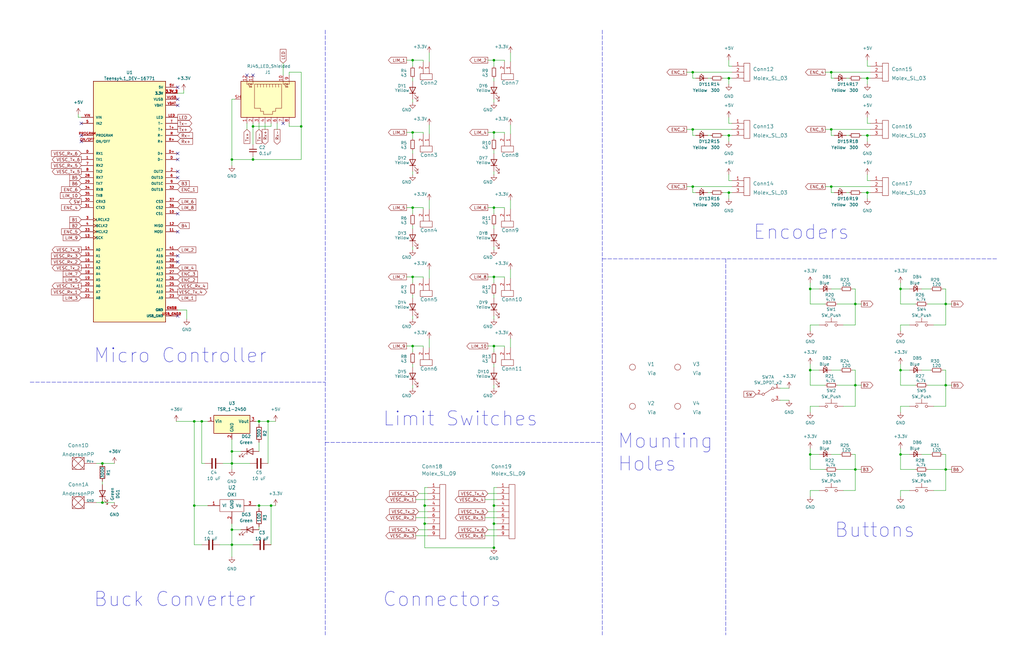
<source format=kicad_sch>
(kicad_sch (version 20211123) (generator eeschema)
  (paper "B")
  (junction (at 109.22 213.36))
  (junction (at 379.73 156.21))
  (junction (at 81.915 177.8))
  (junction (at 43.18 195.58))
  (junction (at 398.78 128.27))
  (junction (at 114.3 213.36))
  (junction (at 208.28 213.36))
  (junction (at 379.73 121.92))
  (junction (at 106.68 67.31))
  (junction (at 173.99 146.05))
  (junction (at 179.07 213.36))
  (junction (at 97.79 67.31))
  (junction (at 307.34 33.02))
  (junction (at 173.99 25.4))
  (junction (at 208.28 146.05))
  (junction (at 350.52 30.48))
  (junction (at 341.63 121.92))
  (junction (at 292.1 54.61))
  (junction (at 113.03 177.8))
  (junction (at 97.79 195.58))
  (junction (at 81.915 213.36))
  (junction (at 365.76 33.02))
  (junction (at 208.28 55.88))
  (junction (at 379.73 191.77))
  (junction (at 360.68 198.12))
  (junction (at 307.34 57.15))
  (junction (at 109.22 177.8))
  (junction (at 365.76 81.28))
  (junction (at 350.52 78.74))
  (junction (at 173.99 87.63))
  (junction (at 208.28 87.63))
  (junction (at 365.76 57.15))
  (junction (at 208.28 231.14))
  (junction (at 127 53.34))
  (junction (at 360.68 162.56))
  (junction (at 307.34 81.28))
  (junction (at 398.78 162.56))
  (junction (at 173.99 55.88))
  (junction (at 341.63 156.21))
  (junction (at 208.28 25.4))
  (junction (at 43.18 212.09))
  (junction (at 292.1 30.48))
  (junction (at 360.68 128.27))
  (junction (at 97.79 223.52))
  (junction (at 398.78 198.12))
  (junction (at 97.79 190.5))
  (junction (at 85.09 177.8))
  (junction (at 106.68 53.34))
  (junction (at 292.1 78.74))
  (junction (at 350.52 54.61))
  (junction (at 341.63 191.77))
  (junction (at 208.28 220.98))
  (junction (at 179.07 220.98))
  (junction (at 97.79 229.87))
  (junction (at 173.99 116.84))
  (junction (at 208.28 116.84))
  (no_connect (at 74.93 110.49))
  (no_connect (at 104.14 31.75))
  (no_connect (at 74.93 67.31))
  (no_connect (at 34.29 59.69))
  (no_connect (at 74.93 107.95))
  (no_connect (at 74.93 133.35))
  (no_connect (at 119.38 52.07))
  (no_connect (at 74.93 97.79))
  (no_connect (at 74.93 90.17))
  (no_connect (at 74.93 41.91))
  (no_connect (at 74.93 64.77))
  (no_connect (at 106.68 31.75))
  (no_connect (at 34.29 52.07))
  (no_connect (at 34.29 57.15))
  (no_connect (at 74.93 44.45))
  (no_connect (at 74.93 72.39))
  (no_connect (at 74.93 74.93))
  (no_connect (at 74.93 36.83))
  (wire (pts (xy 208.28 213.36) (xy 208.28 220.98)))
  (wire (pts (xy 179.07 231.14) (xy 208.28 231.14)))
  (wire (pts (xy 360.68 162.56) (xy 360.68 171.45)))
  (wire (pts (xy 393.7 171.45) (xy 398.78 171.45)))
  (wire (pts (xy 208.28 87.63) (xy 212.725 87.63)))
  (wire (pts (xy 293.37 57.15) (xy 292.1 57.15)))
  (wire (pts (xy 307.34 27.94) (xy 307.34 25.4)))
  (wire (pts (xy 365.76 57.15) (xy 365.76 59.69)))
  (wire (pts (xy 398.78 162.56) (xy 401.32 162.56)))
  (wire (pts (xy 379.73 121.92) (xy 383.54 121.92)))
  (wire (pts (xy 350.52 121.92) (xy 354.33 121.92)))
  (wire (pts (xy 353.06 198.12) (xy 360.68 198.12)))
  (wire (pts (xy 171.45 55.88) (xy 173.99 55.88)))
  (wire (pts (xy 307.34 57.15) (xy 307.34 59.69)))
  (wire (pts (xy 97.79 190.5) (xy 97.79 195.58)))
  (wire (pts (xy 367.03 57.15) (xy 365.76 57.15)))
  (wire (pts (xy 341.63 189.23) (xy 341.63 191.77)))
  (wire (pts (xy 208.28 63.5) (xy 208.28 64.77)))
  (wire (pts (xy 292.1 78.74) (xy 292.1 81.28)))
  (wire (pts (xy 212.725 56.515) (xy 212.725 55.88)))
  (wire (pts (xy 350.52 30.48) (xy 350.52 33.02)))
  (wire (pts (xy 127 53.34) (xy 127 67.31)))
  (wire (pts (xy 114.3 53.34) (xy 114.3 52.07)))
  (wire (pts (xy 97.79 185.42) (xy 97.79 190.5)))
  (wire (pts (xy 173.99 87.63) (xy 178.435 87.63)))
  (wire (pts (xy 360.68 191.77) (xy 359.41 191.77)))
  (wire (pts (xy 293.37 33.02) (xy 292.1 33.02)))
  (wire (pts (xy 292.1 30.48) (xy 308.61 30.48)))
  (polyline (pts (xy 137.16 12.7) (xy 137.16 267.97)))
  (wire (pts (xy 111.76 52.07) (xy 111.76 54.61)))
  (wire (pts (xy 173.99 124.46) (xy 173.99 125.73)))
  (wire (pts (xy 341.63 137.16) (xy 345.44 137.16)))
  (polyline (pts (xy 12.7 161.29) (xy 137.16 161.29)))
  (wire (pts (xy 78.74 130.81) (xy 74.93 130.81)))
  (wire (pts (xy 204.47 226.06) (xy 209.55 226.06)))
  (wire (pts (xy 205.74 146.05) (xy 208.28 146.05)))
  (wire (pts (xy 106.68 53.34) (xy 114.3 53.34)))
  (wire (pts (xy 391.16 198.12) (xy 398.78 198.12)))
  (wire (pts (xy 360.68 156.21) (xy 359.41 156.21)))
  (wire (pts (xy 388.62 121.92) (xy 392.43 121.92)))
  (wire (pts (xy 347.98 162.56) (xy 341.63 162.56)))
  (wire (pts (xy 208.28 213.36) (xy 209.55 213.36)))
  (wire (pts (xy 33.02 48.26) (xy 33.02 49.53)))
  (wire (pts (xy 173.99 55.88) (xy 173.99 58.42)))
  (wire (pts (xy 212.725 117.475) (xy 212.725 116.84)))
  (wire (pts (xy 48.26 195.58) (xy 43.18 195.58)))
  (wire (pts (xy 363.22 81.28) (xy 365.76 81.28)))
  (wire (pts (xy 398.78 128.27) (xy 401.32 128.27)))
  (wire (pts (xy 293.37 81.28) (xy 292.1 81.28)))
  (wire (pts (xy 307.34 52.07) (xy 307.34 49.53)))
  (wire (pts (xy 209.55 223.52) (xy 205.74 223.52)))
  (wire (pts (xy 341.63 171.45) (xy 341.63 173.99)))
  (wire (pts (xy 360.68 156.21) (xy 360.68 162.56)))
  (wire (pts (xy 180.975 84.455) (xy 180.975 88.265)))
  (wire (pts (xy 109.22 179.07) (xy 109.22 177.8)))
  (wire (pts (xy 179.07 220.98) (xy 179.07 231.14)))
  (wire (pts (xy 356.87 81.28) (xy 358.14 81.28)))
  (wire (pts (xy 379.73 156.21) (xy 379.73 162.56)))
  (wire (pts (xy 173.99 153.67) (xy 173.99 154.94)))
  (wire (pts (xy 351.79 33.02) (xy 350.52 33.02)))
  (wire (pts (xy 180.975 142.875) (xy 180.975 146.685)))
  (wire (pts (xy 208.28 205.74) (xy 209.55 205.74)))
  (wire (pts (xy 208.28 33.02) (xy 208.28 34.29)))
  (wire (pts (xy 212.725 26.035) (xy 212.725 25.4)))
  (wire (pts (xy 356.87 33.02) (xy 358.14 33.02)))
  (wire (pts (xy 208.28 162.56) (xy 208.28 163.83)))
  (polyline (pts (xy 254 12.7) (xy 254 267.97)))
  (wire (pts (xy 116.84 54.61) (xy 116.84 52.07)))
  (wire (pts (xy 97.79 195.58) (xy 105.41 195.58)))
  (wire (pts (xy 379.73 137.16) (xy 379.73 139.7)))
  (wire (pts (xy 393.7 137.16) (xy 398.78 137.16)))
  (wire (pts (xy 355.6 137.16) (xy 360.68 137.16)))
  (wire (pts (xy 106.68 52.07) (xy 106.68 53.34)))
  (wire (pts (xy 97.79 229.87) (xy 97.79 234.95)))
  (wire (pts (xy 391.16 128.27) (xy 398.78 128.27)))
  (wire (pts (xy 85.09 177.8) (xy 87.63 177.8)))
  (wire (pts (xy 379.73 137.16) (xy 383.54 137.16)))
  (wire (pts (xy 208.28 146.05) (xy 208.28 148.59)))
  (wire (pts (xy 292.1 54.61) (xy 292.1 57.15)))
  (wire (pts (xy 208.28 25.4) (xy 208.28 27.94)))
  (wire (pts (xy 205.74 215.9) (xy 209.55 215.9)))
  (wire (pts (xy 308.61 27.94) (xy 307.34 27.94)))
  (wire (pts (xy 178.435 88.265) (xy 178.435 87.63)))
  (wire (pts (xy 360.68 128.27) (xy 363.22 128.27)))
  (wire (pts (xy 215.265 142.875) (xy 215.265 146.685)))
  (wire (pts (xy 360.68 198.12) (xy 360.68 207.01)))
  (wire (pts (xy 360.68 162.56) (xy 363.22 162.56)))
  (wire (pts (xy 341.63 119.38) (xy 341.63 121.92)))
  (wire (pts (xy 121.92 53.34) (xy 127 53.34)))
  (wire (pts (xy 208.28 124.46) (xy 208.28 125.73)))
  (wire (pts (xy 173.99 133.35) (xy 173.99 134.62)))
  (wire (pts (xy 208.28 72.39) (xy 208.28 73.66)))
  (wire (pts (xy 341.63 207.01) (xy 345.44 207.01)))
  (wire (pts (xy 173.99 72.39) (xy 173.99 73.66)))
  (wire (pts (xy 341.63 156.21) (xy 345.44 156.21)))
  (wire (pts (xy 81.915 229.87) (xy 85.09 229.87)))
  (wire (pts (xy 347.98 30.48) (xy 350.52 30.48)))
  (wire (pts (xy 386.08 128.27) (xy 379.73 128.27)))
  (wire (pts (xy 215.265 52.705) (xy 215.265 56.515)))
  (wire (pts (xy 43.18 203.2) (xy 43.18 204.47)))
  (wire (pts (xy 171.45 116.84) (xy 173.99 116.84)))
  (wire (pts (xy 173.99 87.63) (xy 173.99 90.17)))
  (wire (pts (xy 365.76 52.07) (xy 365.76 49.53)))
  (wire (pts (xy 212.725 88.265) (xy 212.725 87.63)))
  (wire (pts (xy 97.79 229.87) (xy 106.68 229.87)))
  (wire (pts (xy 173.99 104.14) (xy 173.99 105.41)))
  (wire (pts (xy 341.63 207.01) (xy 341.63 209.55)))
  (wire (pts (xy 379.73 191.77) (xy 383.54 191.77)))
  (wire (pts (xy 81.915 213.36) (xy 81.915 177.8)))
  (wire (pts (xy 398.78 121.92) (xy 398.78 128.27)))
  (wire (pts (xy 304.8 33.02) (xy 307.34 33.02)))
  (wire (pts (xy 351.79 81.28) (xy 350.52 81.28)))
  (wire (pts (xy 292.1 30.48) (xy 292.1 33.02)))
  (wire (pts (xy 379.73 119.38) (xy 379.73 121.92)))
  (wire (pts (xy 85.09 195.58) (xy 86.36 195.58)))
  (wire (pts (xy 398.78 128.27) (xy 398.78 137.16)))
  (wire (pts (xy 204.47 210.82) (xy 209.55 210.82)))
  (wire (pts (xy 341.63 191.77) (xy 345.44 191.77)))
  (wire (pts (xy 212.725 146.685) (xy 212.725 146.05)))
  (wire (pts (xy 360.68 121.92) (xy 359.41 121.92)))
  (wire (pts (xy 351.79 57.15) (xy 350.52 57.15)))
  (wire (pts (xy 77.47 38.1) (xy 77.47 39.37)))
  (wire (pts (xy 215.265 84.455) (xy 215.265 88.265)))
  (wire (pts (xy 379.73 189.23) (xy 379.73 191.77)))
  (wire (pts (xy 307.34 81.28) (xy 307.34 83.82)))
  (wire (pts (xy 341.63 153.67) (xy 341.63 156.21)))
  (wire (pts (xy 208.28 146.05) (xy 212.725 146.05)))
  (wire (pts (xy 178.435 26.035) (xy 178.435 25.4)))
  (wire (pts (xy 81.915 213.36) (xy 81.915 229.87)))
  (wire (pts (xy 367.03 27.94) (xy 365.76 27.94)))
  (wire (pts (xy 208.28 220.98) (xy 208.28 231.14)))
  (wire (pts (xy 205.74 208.28) (xy 209.55 208.28)))
  (wire (pts (xy 341.63 171.45) (xy 345.44 171.45)))
  (wire (pts (xy 379.73 121.92) (xy 379.73 128.27)))
  (wire (pts (xy 48.26 212.09) (xy 43.18 212.09)))
  (wire (pts (xy 308.61 33.02) (xy 307.34 33.02)))
  (wire (pts (xy 176.53 223.52) (xy 180.34 223.52)))
  (wire (pts (xy 298.45 81.28) (xy 299.72 81.28)))
  (wire (pts (xy 356.87 57.15) (xy 358.14 57.15)))
  (wire (pts (xy 180.975 113.665) (xy 180.975 117.475)))
  (wire (pts (xy 208.28 41.91) (xy 208.28 43.18)))
  (wire (pts (xy 353.06 162.56) (xy 360.68 162.56)))
  (wire (pts (xy 365.76 33.02) (xy 365.76 35.56)))
  (wire (pts (xy 398.78 198.12) (xy 398.78 207.01)))
  (wire (pts (xy 97.79 67.31) (xy 97.79 69.85)))
  (wire (pts (xy 176.53 208.28) (xy 180.34 208.28)))
  (polyline (pts (xy 254 109.22) (xy 420.37 109.22)))
  (wire (pts (xy 85.09 177.8) (xy 85.09 195.58)))
  (wire (pts (xy 208.28 116.84) (xy 212.725 116.84)))
  (wire (pts (xy 347.98 78.74) (xy 350.52 78.74)))
  (wire (pts (xy 97.79 223.52) (xy 101.6 223.52)))
  (wire (pts (xy 173.99 95.25) (xy 173.99 96.52)))
  (wire (pts (xy 341.63 191.77) (xy 341.63 198.12)))
  (wire (pts (xy 104.14 52.07) (xy 104.14 54.61)))
  (wire (pts (xy 114.3 213.36) (xy 114.3 229.87)))
  (wire (pts (xy 81.915 213.36) (xy 87.63 213.36)))
  (wire (pts (xy 127 67.31) (xy 106.68 67.31)))
  (wire (pts (xy 97.79 195.58) (xy 97.79 198.12)))
  (wire (pts (xy 121.92 53.34) (xy 121.92 52.07)))
  (wire (pts (xy 178.435 56.515) (xy 178.435 55.88)))
  (wire (pts (xy 365.76 81.28) (xy 365.76 83.82)))
  (wire (pts (xy 107.95 213.36) (xy 109.22 213.36)))
  (wire (pts (xy 173.99 162.56) (xy 173.99 163.83)))
  (wire (pts (xy 355.6 207.01) (xy 360.68 207.01)))
  (wire (pts (xy 109.22 214.63) (xy 109.22 213.36)))
  (wire (pts (xy 398.78 121.92) (xy 397.51 121.92)))
  (wire (pts (xy 175.26 210.82) (xy 180.34 210.82)))
  (wire (pts (xy 347.98 54.61) (xy 350.52 54.61)))
  (wire (pts (xy 398.78 162.56) (xy 398.78 171.45)))
  (wire (pts (xy 304.8 57.15) (xy 307.34 57.15)))
  (polyline (pts (xy 306.07 109.22) (xy 306.07 267.97)))
  (wire (pts (xy 292.1 78.74) (xy 308.61 78.74)))
  (wire (pts (xy 178.435 146.685) (xy 178.435 146.05)))
  (wire (pts (xy 109.22 54.61) (xy 109.22 52.07)))
  (wire (pts (xy 215.265 22.225) (xy 215.265 26.035)))
  (wire (pts (xy 97.79 41.91) (xy 97.79 67.31)))
  (wire (pts (xy 173.99 116.84) (xy 178.435 116.84)))
  (wire (pts (xy 179.07 205.74) (xy 179.07 213.36)))
  (wire (pts (xy 391.16 162.56) (xy 398.78 162.56)))
  (wire (pts (xy 388.62 156.21) (xy 392.43 156.21)))
  (wire (pts (xy 92.71 229.87) (xy 97.79 229.87)))
  (wire (pts (xy 171.45 87.63) (xy 173.99 87.63)))
  (wire (pts (xy 208.28 133.35) (xy 208.28 134.62)))
  (wire (pts (xy 175.26 218.44) (xy 180.34 218.44)))
  (wire (pts (xy 208.28 116.84) (xy 208.28 119.38)))
  (wire (pts (xy 289.56 78.74) (xy 292.1 78.74)))
  (wire (pts (xy 379.73 191.77) (xy 379.73 198.12)))
  (wire (pts (xy 367.03 76.2) (xy 365.76 76.2)))
  (wire (pts (xy 106.68 66.04) (xy 106.68 67.31)))
  (wire (pts (xy 208.28 205.74) (xy 208.28 213.36)))
  (wire (pts (xy 367.03 33.02) (xy 365.76 33.02)))
  (wire (pts (xy 350.52 78.74) (xy 367.03 78.74)))
  (wire (pts (xy 341.63 121.92) (xy 345.44 121.92)))
  (wire (pts (xy 308.61 57.15) (xy 307.34 57.15)))
  (wire (pts (xy 208.28 153.67) (xy 208.28 154.94)))
  (wire (pts (xy 97.79 220.98) (xy 97.79 223.52)))
  (wire (pts (xy 119.38 26.67) (xy 119.38 31.75)))
  (wire (pts (xy 298.45 57.15) (xy 299.72 57.15)))
  (wire (pts (xy 205.74 25.4) (xy 208.28 25.4)))
  (wire (pts (xy 365.76 76.2) (xy 365.76 73.66)))
  (wire (pts (xy 332.74 163.83) (xy 328.93 163.83)))
  (wire (pts (xy 97.79 223.52) (xy 97.79 229.87)))
  (wire (pts (xy 341.63 121.92) (xy 341.63 128.27)))
  (wire (pts (xy 379.73 171.45) (xy 383.54 171.45)))
  (wire (pts (xy 173.99 55.88) (xy 178.435 55.88)))
  (wire (pts (xy 398.78 198.12) (xy 401.32 198.12)))
  (wire (pts (xy 350.52 30.48) (xy 367.03 30.48)))
  (wire (pts (xy 208.28 55.88) (xy 212.725 55.88)))
  (wire (pts (xy 365.76 27.94) (xy 365.76 25.4)))
  (wire (pts (xy 113.03 177.8) (xy 116.205 177.8)))
  (wire (pts (xy 180.975 52.705) (xy 180.975 56.515)))
  (wire (pts (xy 97.79 67.31) (xy 106.68 67.31)))
  (wire (pts (xy 398.78 191.77) (xy 397.51 191.77)))
  (wire (pts (xy 363.22 33.02) (xy 365.76 33.02)))
  (wire (pts (xy 208.28 95.25) (xy 208.28 96.52)))
  (wire (pts (xy 109.22 222.25) (xy 109.22 223.52)))
  (wire (pts (xy 173.99 146.05) (xy 178.435 146.05)))
  (wire (pts (xy 176.53 215.9) (xy 180.34 215.9)))
  (wire (pts (xy 173.99 25.4) (xy 178.435 25.4)))
  (wire (pts (xy 379.73 156.21) (xy 383.54 156.21)))
  (wire (pts (xy 341.63 137.16) (xy 341.63 139.7)))
  (wire (pts (xy 97.79 190.5) (xy 101.6 190.5)))
  (wire (pts (xy 175.26 226.06) (xy 180.34 226.06)))
  (wire (pts (xy 308.61 76.2) (xy 307.34 76.2)))
  (wire (pts (xy 173.99 25.4) (xy 173.99 27.94)))
  (wire (pts (xy 121.92 31.75) (xy 121.92 30.48)))
  (wire (pts (xy 307.34 76.2) (xy 307.34 73.66)))
  (wire (pts (xy 109.22 186.69) (xy 109.22 190.5)))
  (wire (pts (xy 173.99 41.91) (xy 173.99 43.18)))
  (wire (pts (xy 171.45 146.05) (xy 173.99 146.05)))
  (wire (pts (xy 386.08 162.56) (xy 379.73 162.56)))
  (wire (pts (xy 179.07 220.98) (xy 180.34 220.98)))
  (wire (pts (xy 388.62 191.77) (xy 392.43 191.77)))
  (wire (pts (xy 121.92 30.48) (xy 127 30.48)))
  (wire (pts (xy 205.74 55.88) (xy 208.28 55.88)))
  (wire (pts (xy 180.975 22.225) (xy 180.975 26.035)))
  (wire (pts (xy 355.6 171.45) (xy 360.68 171.45)))
  (wire (pts (xy 363.22 57.15) (xy 365.76 57.15)))
  (wire (pts (xy 208.28 220.98) (xy 209.55 220.98)))
  (wire (pts (xy 204.47 218.44) (xy 209.55 218.44)))
  (wire (pts (xy 93.98 195.58) (xy 97.79 195.58)))
  (wire (pts (xy 379.73 153.67) (xy 379.73 156.21)))
  (wire (pts (xy 308.61 81.28) (xy 307.34 81.28)))
  (wire (pts (xy 43.18 212.09) (xy 40.64 212.09)))
  (wire (pts (xy 360.68 128.27) (xy 360.68 137.16)))
  (wire (pts (xy 304.8 81.28) (xy 307.34 81.28)))
  (wire (pts (xy 171.45 25.4) (xy 173.99 25.4)))
  (wire (pts (xy 173.99 116.84) (xy 173.99 119.38)))
  (wire (pts (xy 379.73 207.01) (xy 379.73 209.55)))
  (wire (pts (xy 106.68 53.34) (xy 106.68 60.96)))
  (wire (pts (xy 205.74 116.84) (xy 208.28 116.84)))
  (polyline (pts (xy 137.16 186.69) (xy 254 186.69)))
  (wire (pts (xy 208.28 55.88) (xy 208.28 58.42)))
  (wire (pts (xy 360.68 121.92) (xy 360.68 128.27)))
  (wire (pts (xy 99.06 41.91) (xy 97.79 41.91)))
  (wire (pts (xy 180.34 205.74) (xy 179.07 205.74)))
  (wire (pts (xy 379.73 171.45) (xy 379.73 173.99)))
  (wire (pts (xy 360.68 198.12) (xy 363.22 198.12)))
  (wire (pts (xy 367.03 81.28) (xy 365.76 81.28)))
  (wire (pts (xy 74.295 177.8) (xy 81.915 177.8)))
  (wire (pts (xy 74.93 39.37) (xy 77.47 39.37)))
  (wire (pts (xy 289.56 30.48) (xy 292.1 30.48)))
  (wire (pts (xy 113.03 177.8) (xy 113.03 195.58)))
  (wire (pts (xy 398.78 191.77) (xy 398.78 198.12)))
  (wire (pts (xy 33.02 49.53) (xy 34.29 49.53)))
  (wire (pts (xy 109.22 177.8) (xy 113.03 177.8)))
  (wire (pts (xy 347.98 198.12) (xy 341.63 198.12)))
  (wire (pts (xy 328.93 168.91) (xy 332.74 168.91)))
  (wire (pts (xy 367.03 52.07) (xy 365.76 52.07)))
  (wire (pts (xy 208.28 25.4) (xy 212.725 25.4)))
  (wire (pts (xy 109.22 213.36) (xy 114.3 213.36)))
  (wire (pts (xy 107.95 177.8) (xy 109.22 177.8)))
  (wire (pts (xy 43.18 195.58) (xy 40.64 195.58)))
  (wire (pts (xy 178.435 117.475) (xy 178.435 116.84)))
  (wire (pts (xy 208.28 87.63) (xy 208.28 90.17)))
  (wire (pts (xy 341.63 156.21) (xy 341.63 162.56)))
  (wire (pts (xy 292.1 54.61) (xy 308.61 54.61)))
  (wire (pts (xy 215.265 113.665) (xy 215.265 117.475)))
  (wire (pts (xy 205.74 87.63) (xy 208.28 87.63)))
  (wire (pts (xy 347.98 128.27) (xy 341.63 128.27)))
  (wire (pts (xy 353.06 128.27) (xy 360.68 128.27)))
  (wire (pts (xy 289.56 54.61) (xy 292.1 54.61)))
  (wire (pts (xy 350.52 54.61) (xy 367.03 54.61)))
  (wire (pts (xy 350.52 78.74) (xy 350.52 81.28)))
  (wire (pts (xy 308.61 52.07) (xy 307.34 52.07)))
  (wire (pts (xy 360.68 191.77) (xy 360.68 198.12)))
  (wire (pts (xy 350.52 156.21) (xy 354.33 156.21)))
  (wire (pts (xy 173.99 63.5) (xy 173.99 64.77)))
  (wire (pts (xy 298.45 33.02) (xy 299.72 33.02)))
  (wire (pts (xy 173.99 33.02) (xy 173.99 34.29)))
  (wire (pts (xy 398.78 156.21) (xy 398.78 162.56)))
  (wire (pts (xy 127 30.48) (xy 127 53.34)))
  (wire (pts (xy 208.28 104.14) (xy 208.28 105.41)))
  (wire (pts (xy 393.7 207.01) (xy 398.78 207.01)))
  (wire (pts (xy 398.78 156.21) (xy 397.51 156.21)))
  (wire (pts (xy 350.52 191.77) (xy 354.33 191.77)))
  (wire (pts (xy 173.99 146.05) (xy 173.99 148.59)))
  (wire (pts (xy 114.3 213.36) (xy 116.205 213.36)))
  (wire (pts (xy 350.52 54.61) (xy 350.52 57.15)))
  (wire (pts (xy 179.07 213.36) (xy 179.07 220.98)))
  (wire (pts (xy 386.08 198.12) (xy 379.73 198.12)))
  (wire (pts (xy 307.34 33.02) (xy 307.34 35.56)))
  (wire (pts (xy 179.07 213.36) (xy 180.34 213.36)))
  (wire (pts (xy 81.915 177.8) (xy 85.09 177.8)))
  (wire (pts (xy 78.74 130.81) (xy 78.74 134.62)))
  (wire (pts (xy 379.73 207.01) (xy 383.54 207.01)))
  (text "Mounting \nHoles\n" (at 260.35 199.39 0) (effects (font (size 6 6)) (justify left bottom)))
  (text "Connectors\n" (at 161.29 256.54 0) (effects (font (size 6 6)) (justify left bottom)))
  (text "Encoders" (at 317.5 101.6 0) (effects (font (size 6 6)) (justify left bottom)))
  (text "Micro Controller" (at 39.37 153.67 0) (effects (font (size 6 6)) (justify left bottom)))
  (text "Limit Switches\n" (at 161.29 180.34 0) (effects (font (size 6 6)) (justify left bottom)))
  (text "Buttons\n" (at 351.79 227.33 0) (effects (font (size 6 6)) (justify left bottom)))
  (text "Buck Converter" (at 39.37 256.54 0) (effects (font (size 6 6)) (justify left bottom)))
  (global_label "ENC_3" (shape output) (at 289.56 78.74 180) (property "Intersheet References" "${INTERSHEET_REFS}" (effects hide)))
  (global_label "VESC_Rx_2" (shape input) (at 34.29 110.49 180) (property "Intersheet References" "${INTERSHEET_REFS}" (effects hide)))
  (global_label "LED" (shape output) (at 74.93 49.53 0) (property "Intersheet References" "${INTERSHEET_REFS}" (effects hide)))
  (global_label "VESC_Rx_6" (shape input) (at 34.29 64.77 180) (property "Intersheet References" "${INTERSHEET_REFS}" (effects hide)))
  (global_label "LIM_4" (shape input) (at 74.93 113.03 0) (property "Intersheet References" "${INTERSHEET_REFS}" (effects hide)))
  (global_label "B4" (shape input) (at 74.93 95.25 0) (property "Intersheet References" "${INTERSHEET_REFS}" (effects hide)))
  (global_label "LIM_8" (shape output) (at 205.74 116.84 180) (property "Intersheet References" "${INTERSHEET_REFS}" (effects hide)))
  (global_label "Tx+" (shape output) (at 74.93 54.61 0) (property "Intersheet References" "${INTERSHEET_REFS}" (effects hide)))
  (global_label "VESC_Tx_2" (shape input) (at 176.53 215.9 180) (property "Intersheet References" "${INTERSHEET_REFS}" (effects hide)))
  (global_label "VESC_Tx_6" (shape output) (at 34.29 67.31 180) (property "Intersheet References" "${INTERSHEET_REFS}" (effects hide)))
  (global_label "VESC_Rx_1" (shape output) (at 175.26 210.82 180) (property "Intersheet References" "${INTERSHEET_REFS}" (effects hide)))
  (global_label "ENC_4" (shape output) (at 347.98 30.48 180) (property "Intersheet References" "${INTERSHEET_REFS}" (effects hide)))
  (global_label "LIM_7" (shape output) (at 171.45 116.84 180) (property "Intersheet References" "${INTERSHEET_REFS}" (effects hide)))
  (global_label "LIM_10" (shape input) (at 34.29 82.55 180) (property "Intersheet References" "${INTERSHEET_REFS}" (effects hide)))
  (global_label "ENC_1" (shape input) (at 74.93 80.01 0) (property "Intersheet References" "${INTERSHEET_REFS}" (effects hide)))
  (global_label "Rx+" (shape output) (at 111.76 54.61 270) (property "Intersheet References" "${INTERSHEET_REFS}" (effects hide)))
  (global_label "ENC_3" (shape input) (at 74.93 115.57 0) (property "Intersheet References" "${INTERSHEET_REFS}" (effects hide)))
  (global_label "LIM_6" (shape output) (at 205.74 87.63 180) (property "Intersheet References" "${INTERSHEET_REFS}" (effects hide)))
  (global_label "B3" (shape input) (at 74.93 77.47 0) (property "Intersheet References" "${INTERSHEET_REFS}" (effects hide)))
  (global_label "Tx-" (shape output) (at 74.93 52.07 0) (property "Intersheet References" "${INTERSHEET_REFS}" (effects hide)))
  (global_label "ENC_1" (shape output) (at 289.56 30.48 180) (property "Intersheet References" "${INTERSHEET_REFS}" (effects hide)))
  (global_label "VESC_Rx_6" (shape output) (at 204.47 226.06 180) (property "Intersheet References" "${INTERSHEET_REFS}" (effects hide)))
  (global_label "Rx+" (shape input) (at 74.93 59.69 0) (property "Intersheet References" "${INTERSHEET_REFS}" (effects hide)))
  (global_label "B5" (shape input) (at 34.29 74.93 180) (property "Intersheet References" "${INTERSHEET_REFS}" (effects hide)))
  (global_label "B2" (shape output) (at 363.22 162.56 0) (property "Intersheet References" "${INTERSHEET_REFS}" (effects hide)))
  (global_label "VESC_Tx_1" (shape input) (at 176.53 208.28 180) (property "Intersheet References" "${INTERSHEET_REFS}" (effects hide)))
  (global_label "B5" (shape output) (at 401.32 162.56 0) (property "Intersheet References" "${INTERSHEET_REFS}" (effects hide)))
  (global_label "VESC_Rx_3" (shape input) (at 34.29 107.95 180) (property "Intersheet References" "${INTERSHEET_REFS}" (effects hide)))
  (global_label "ENC_2" (shape output) (at 289.56 54.61 180) (property "Intersheet References" "${INTERSHEET_REFS}" (effects hide)))
  (global_label "VESC_Rx_3" (shape output) (at 175.26 226.06 180) (property "Intersheet References" "${INTERSHEET_REFS}" (effects hide)))
  (global_label "LIM_3" (shape output) (at 171.45 55.88 180) (property "Intersheet References" "${INTERSHEET_REFS}" (effects hide)))
  (global_label "B1" (shape output) (at 363.22 128.27 0) (property "Intersheet References" "${INTERSHEET_REFS}" (effects hide)))
  (global_label "B6" (shape output) (at 401.32 198.12 0) (property "Intersheet References" "${INTERSHEET_REFS}" (effects hide)))
  (global_label "VESC_Tx_1" (shape output) (at 34.29 120.65 180) (property "Intersheet References" "${INTERSHEET_REFS}" (effects hide)))
  (global_label "LIM_7" (shape input) (at 34.29 115.57 180) (property "Intersheet References" "${INTERSHEET_REFS}" (effects hide)))
  (global_label "ENC_6" (shape output) (at 347.98 78.74 180) (property "Intersheet References" "${INTERSHEET_REFS}" (effects hide)))
  (global_label "VESC_Tx_6" (shape input) (at 205.74 223.52 180) (property "Intersheet References" "${INTERSHEET_REFS}" (effects hide)))
  (global_label "ENC_5" (shape output) (at 347.98 54.61 180) (property "Intersheet References" "${INTERSHEET_REFS}" (effects hide)))
  (global_label "ENC_2" (shape input) (at 74.93 118.11 0) (property "Intersheet References" "${INTERSHEET_REFS}" (effects hide)))
  (global_label "LIM_5" (shape output) (at 171.45 87.63 180) (property "Intersheet References" "${INTERSHEET_REFS}" (effects hide)))
  (global_label "B4" (shape output) (at 401.32 128.27 0) (property "Intersheet References" "${INTERSHEET_REFS}" (effects hide)))
  (global_label "VESC_Rx_4" (shape output) (at 204.47 210.82 180) (property "Intersheet References" "${INTERSHEET_REFS}" (effects hide)))
  (global_label "LIM_2" (shape output) (at 205.74 25.4 180) (property "Intersheet References" "${INTERSHEET_REFS}" (effects hide)))
  (global_label "LIM_8" (shape input) (at 74.93 87.63 0) (property "Intersheet References" "${INTERSHEET_REFS}" (effects hide)))
  (global_label "Tx-" (shape input) (at 109.22 54.61 270) (property "Intersheet References" "${INTERSHEET_REFS}" (effects hide)))
  (global_label "LIM_9" (shape output) (at 171.45 146.05 180) (property "Intersheet References" "${INTERSHEET_REFS}" (effects hide)))
  (global_label "LIM_9" (shape input) (at 34.29 100.33 180) (property "Intersheet References" "${INTERSHEET_REFS}" (effects hide)))
  (global_label "LIM_3" (shape input) (at 34.29 125.73 180) (property "Intersheet References" "${INTERSHEET_REFS}" (effects hide)))
  (global_label "ENC_5" (shape input) (at 34.29 97.79 180) (property "Intersheet References" "${INTERSHEET_REFS}" (effects hide)))
  (global_label "LIM_2" (shape input) (at 74.93 105.41 0) (property "Intersheet References" "${INTERSHEET_REFS}" (effects hide)))
  (global_label "LED" (shape input) (at 119.38 26.67 90) (property "Intersheet References" "${INTERSHEET_REFS}" (effects hide)))
  (global_label "VESC_Tx_5" (shape input) (at 205.74 215.9 180) (property "Intersheet References" "${INTERSHEET_REFS}" (effects hide)))
  (global_label "VESC_Tx_4" (shape output) (at 74.93 123.19 0) (property "Intersheet References" "${INTERSHEET_REFS}" (effects hide)))
  (global_label "VESC_Tx_3" (shape input) (at 176.53 223.52 180) (property "Intersheet References" "${INTERSHEET_REFS}" (effects hide)))
  (global_label "Tx+" (shape input) (at 104.14 54.61 270) (property "Intersheet References" "${INTERSHEET_REFS}" (effects hide)))
  (global_label "LIM_10" (shape output) (at 205.74 146.05 180) (property "Intersheet References" "${INTERSHEET_REFS}" (effects hide)))
  (global_label "B3" (shape output) (at 363.22 198.12 0) (property "Intersheet References" "${INTERSHEET_REFS}" (effects hide)))
  (global_label "VESC_Tx_5" (shape output) (at 34.29 72.39 180) (property "Intersheet References" "${INTERSHEET_REFS}" (effects hide)))
  (global_label "VESC_Rx_5" (shape input) (at 34.29 69.85 180) (property "Intersheet References" "${INTERSHEET_REFS}" (effects hide)))
  (global_label "VESC_Tx_3" (shape output) (at 34.29 105.41 180) (property "Intersheet References" "${INTERSHEET_REFS}" (effects hide)))
  (global_label "ENC_4" (shape input) (at 34.29 87.63 180) (property "Intersheet References" "${INTERSHEET_REFS}" (effects hide)))
  (global_label "LIM_6" (shape input) (at 74.93 85.09 0) (property "Intersheet References" "${INTERSHEET_REFS}" (effects hide)))
  (global_label "VESC_Rx_2" (shape output) (at 175.26 218.44 180) (property "Intersheet References" "${INTERSHEET_REFS}" (effects hide)))
  (global_label "B2" (shape input) (at 34.29 95.25 180) (property "Intersheet References" "${INTERSHEET_REFS}" (effects hide)))
  (global_label "B6" (shape input) (at 34.29 77.47 180) (property "Intersheet References" "${INTERSHEET_REFS}" (effects hide)))
  (global_label "B1" (shape input) (at 34.29 92.71 180) (property "Intersheet References" "${INTERSHEET_REFS}" (effects hide)))
  (global_label "LIM_1" (shape input) (at 74.93 125.73 0) (property "Intersheet References" "${INTERSHEET_REFS}" (effects hide)))
  (global_label "VESC_Tx_2" (shape output) (at 34.29 113.03 180) (property "Intersheet References" "${INTERSHEET_REFS}" (effects hide)))
  (global_label "Rx-" (shape output) (at 116.84 54.61 270) (property "Intersheet References" "${INTERSHEET_REFS}" (effects hide)))
  (global_label "LIM_5" (shape input) (at 34.29 118.11 180) (property "Intersheet References" "${INTERSHEET_REFS}" (effects hide)))
  (global_label "ENC_6" (shape input) (at 34.29 80.01 180) (property "Intersheet References" "${INTERSHEET_REFS}" (effects hide)))
  (global_label "Rx-" (shape input) (at 74.93 57.15 0) (property "Intersheet References" "${INTERSHEET_REFS}" (effects hide)))
  (global_label "LIM_1" (shape output) (at 171.45 25.4 180) (property "Intersheet References" "${INTERSHEET_REFS}" (effects hide)))
  (global_label "VESC_Rx_1" (shape input) (at 34.29 123.19 180) (property "Intersheet References" "${INTERSHEET_REFS}" (effects hide)))
  (global_label "LIM_4" (shape output) (at 205.74 55.88 180) (property "Intersheet References" "${INTERSHEET_REFS}" (effects hide)))
  (global_label "VESC_Tx_4" (shape input) (at 205.74 208.28 180) (property "Intersheet References" "${INTERSHEET_REFS}" (effects hide)))
  (global_label "SW" (shape input) (at 318.77 166.37 180) (property "Intersheet References" "${INTERSHEET_REFS}" (effects hide)))
  (global_label "VESC_Rx_4" (shape input) (at 74.93 120.65 0) (property "Intersheet References" "${INTERSHEET_REFS}" (effects hide)))
  (global_label "VESC_Rx_5" (shape output) (at 204.47 218.44 180) (property "Intersheet References" "${INTERSHEET_REFS}" (effects hide)))
  (global_label "SW" (shape output) (at 34.29 85.09 180) (property "Intersheet References" "${INTERSHEET_REFS}" (effects hide)))
  (symbol (lib_id "MRDT_Connectors:Molex_SL_02") (at 177.165 122.555 270) (unit 1)
    (property "Reference" "Conn5" (at 177.165 126.365 90) (effects (font (size 1.524 1.524)) (justify left)))
    (property "Value" "Molex_SL_02" (effects hide))
    (property "Footprint" "MRDT_Connectors:MOLEX_SL_02_Horizontal" (effects hide))
  )
  (symbol (lib_id "power:+5V") (at 365.76 25.4 0) (unit 1)
    (property "Reference" "#PWR038" (effects hide))
    (property "Value" "+5V" (at 365.76 20.32 0))
  )
  (symbol (lib_id "MRDT_Connectors:Molex_SL_02") (at 177.165 31.115 270) (unit 1)
    (property "Reference" "Conn2" (at 177.165 34.925 90) (effects (font (size 1.524 1.524)) (justify left)))
    (property "Value" "Molex_SL_02" (effects hide))
    (property "Footprint" "MRDT_Connectors:MOLEX_SL_02_Horizontal" (effects hide))
  )
  (symbol (lib_id "Device:R_Small") (at 394.97 191.77 90) (unit 1)
    (property "Reference" "R31" (at 396.24 187.96 90) (effects (justify left)))
    (property "Value" "120" (at 396.875 189.8649 90) (effects (justify left)))
    (property "Footprint" "Resistor_SMD:R_0603_1608Metric_Pad0.98x0.95mm_HandSolder" (effects hide))
  )
  (symbol (lib_id "power:GND") (at 173.99 134.62 0) (unit 1)
    (property "Reference" "#PWR015" (effects hide))
    (property "Value" "GND" (at 171.45 137.795 0))
  )
  (symbol (lib_id "Connector:RJ45_LED_Shielded") (at 111.76 41.91 270) (unit 1)
    (property "Reference" "J1" (at 111.76 30.48 90) (effects (justify left)))
    (property "Value" "RJ45_LED_Shielded" (at 104.14 27.94 90) (effects (justify left)))
    (property "Footprint" "MRDT_Connectors:RJ45_Teensy" (effects hide))
  )
  (symbol (lib_id "Device:R_Small") (at 208.28 92.71 0) (unit 1)
    (property "Reference" "R11" (at 203.2 92.075 0) (effects (justify left)))
    (property "Value" "43" (at 203.2 93.98 0) (effects (justify left)))
    (property "Footprint" "Resistor_SMD:R_0603_1608Metric_Pad0.98x0.95mm_HandSolder" (effects hide))
  )
  (symbol (lib_id "power:GND") (at 307.34 83.82 0) (unit 1)
    (property "Reference" "#PWR037" (effects hide))
    (property "Value" "GND" (at 307.34 88.9 0))
  )
  (symbol (lib_id "Device:LED") (at 208.28 68.58 90) (unit 1)
    (property "Reference" "DY7" (at 203.835 66.675 90))
    (property "Value" "Yellow" (at 203.835 68.58 90))
    (property "Footprint" "LED_SMD:LED_0603_1608Metric_Pad1.05x0.95mm_HandSolder" (effects hide))
  )
  (symbol (lib_id "MRDT_Connectors:Molex_SL_09") (at 214.63 227.33 0) (unit 1)
    (property "Reference" "Conn19" (at 207.01 196.85 0) (effects (font (size 1.524 1.524)) (justify left)))
    (property "Value" "Molex_SL_09" (at 207.01 199.8434 0) (effects (font (size 1.524 1.524)) (justify left)))
    (property "Footprint" "MRDT_Connectors:MOLEX_SL_09_Vertical" (effects hide))
  )
  (symbol (lib_id "power:+3.3V") (at 379.73 153.67 0) (unit 1)
    (property "Reference" "#PWR0106" (effects hide))
    (property "Value" "+3.3V" (at 379.73 148.59 0))
  )
  (symbol (lib_id "Device:LED") (at 208.28 158.75 90) (unit 1)
    (property "Reference" "DY10" (at 203.835 156.845 90))
    (property "Value" "Yellow" (at 203.835 158.75 90))
    (property "Footprint" "LED_SMD:LED_0603_1608Metric_Pad1.05x0.95mm_HandSolder" (effects hide))
  )
  (symbol (lib_id "power:GND") (at 307.34 35.56 0) (unit 1)
    (property "Reference" "#PWR033" (effects hide))
    (property "Value" "GND" (at 307.34 40.64 0))
  )
  (symbol (lib_id "power:GND") (at 208.28 105.41 0) (unit 1)
    (property "Reference" "#PWR024" (effects hide))
    (property "Value" "GND" (at 205.74 108.585 0))
  )
  (symbol (lib_id "Device:R_Small") (at 350.52 162.56 90) (unit 1)
    (property "Reference" "R21" (at 351.79 158.75 90) (effects (justify left)))
    (property "Value" "4.7k" (at 352.425 160.6549 90) (effects (justify left)))
    (property "Footprint" "Resistor_SMD:R_0603_1608Metric_Pad0.98x0.95mm_HandSolder" (effects hide))
  )
  (symbol (lib_id "power:GND") (at 97.79 234.95 0) (unit 1)
    (property "Reference" "#PWR09" (effects hide))
    (property "Value" "GND" (at 97.79 240.03 0))
  )
  (symbol (lib_id "Device:R_Small") (at 173.99 121.92 0) (unit 1)
    (property "Reference" "R7" (at 168.91 121.285 0) (effects (justify left)))
    (property "Value" "43" (at 168.91 123.19 0) (effects (justify left)))
    (property "Footprint" "Resistor_SMD:R_0603_1608Metric_Pad0.98x0.95mm_HandSolder" (effects hide))
  )
  (symbol (lib_id "MRDT_Drill_Holes:Via") (at 266.7 154.94 0) (unit 1)
    (property "Reference" "V1" (at 273.05 153.67 0) (effects (font (size 1.524 1.524)) (justify left)))
    (property "Value" "Via" (at 273.05 157.48 0) (effects (font (size 1.524 1.524)) (justify left)))
    (property "Footprint" "MRDT_Drill_Holes:4_40_Hole_Corner" (effects hide))
  )
  (symbol (lib_id "Device:LED_Small") (at 295.91 81.28 0) (mirror y) (unit 1)
    (property "Reference" "DY13" (at 294.64 83.82 0) (effects (justify right)))
    (property "Value" "Yellow" (at 292.1 86.36 0) (effects (justify right)))
    (property "Footprint" "LED_SMD:LED_0603_1608Metric_Pad1.05x0.95mm_HandSolder" (effects hide))
  )
  (symbol (lib_id "Device:LED") (at 105.41 190.5 0) (unit 1)
    (property "Reference" "DG2" (at 103.8225 184.15 0))
    (property "Value" "Green" (at 103.8225 186.69 0))
    (property "Footprint" "LED_SMD:LED_0603_1608Metric_Pad1.05x0.95mm_HandSolder" (effects hide))
  )
  (symbol (lib_id "Device:R_Small") (at 360.68 33.02 90) (unit 1)
    (property "Reference" "R17" (at 361.95 35.5631 90) (effects (justify left)))
    (property "Value" "300" (at 361.95 38.1 90) (effects (justify left)))
    (property "Footprint" "Resistor_SMD:R_0603_1608Metric_Pad0.98x0.95mm_HandSolder" (effects hide))
  )
  (symbol (lib_id "Device:R_Small") (at 208.28 151.13 0) (unit 1)
    (property "Reference" "R13" (at 203.2 150.495 0) (effects (justify left)))
    (property "Value" "43" (at 203.2 152.4 0) (effects (justify left)))
    (property "Footprint" "Resistor_SMD:R_0603_1608Metric_Pad0.98x0.95mm_HandSolder" (effects hide))
  )
  (symbol (lib_id "power:+3.3V") (at 180.975 52.705 0) (unit 1)
    (property "Reference" "#PWR018" (effects hide))
    (property "Value" "+3.3V" (at 177.165 50.165 0))
  )
  (symbol (lib_id "power:GND") (at 208.28 231.14 0) (unit 1)
    (property "Reference" "#PWR057" (effects hide))
    (property "Value" "GND" (at 208.28 235.5834 0))
  )
  (symbol (lib_id "Device:LED") (at 105.41 223.52 0) (unit 1)
    (property "Reference" "DG3" (at 103.8225 217.17 0))
    (property "Value" "Green" (at 103.8225 219.71 0))
    (property "Footprint" "LED_SMD:LED_0603_1608Metric_Pad1.05x0.95mm_HandSolder" (effects hide))
  )
  (symbol (lib_id "MRDT_Connectors:Molex_SL_02") (at 211.455 151.765 270) (unit 1)
    (property "Reference" "Conn11" (at 211.455 155.575 90) (effects (font (size 1.524 1.524)) (justify left)))
    (property "Value" "Molex_SL_02" (effects hide))
    (property "Footprint" "MRDT_Connectors:MOLEX_SL_02_Horizontal" (effects hide))
  )
  (symbol (lib_id "Device:C") (at 90.17 195.58 90) (unit 1)
    (property "Reference" "C4" (at 90.17 199.39 90))
    (property "Value" "10 uF" (at 90.17 201.93 90))
    (property "Footprint" "Capacitor_SMD:C_0603_1608Metric_Pad1.08x0.95mm_HandSolder" (effects hide))
  )
  (symbol (lib_id "Device:LED_Small") (at 347.98 191.77 0) (mirror y) (unit 1)
    (property "Reference" "DB3" (at 346.71 186.69 0) (effects (justify right)))
    (property "Value" "Blue" (at 345.44 189.23 0) (effects (justify right)))
    (property "Footprint" "LED_SMD:LED_0603_1608Metric_Pad1.05x0.95mm_HandSolder" (effects hide))
  )
  (symbol (lib_id "power:GND") (at 173.99 73.66 0) (unit 1)
    (property "Reference" "#PWR013" (effects hide))
    (property "Value" "GND" (at 171.45 76.835 0))
  )
  (symbol (lib_id "Device:R_Small") (at 302.26 57.15 90) (unit 1)
    (property "Reference" "R15" (at 303.53 59.6931 90) (effects (justify left)))
    (property "Value" "300" (at 303.53 62.23 90) (effects (justify left)))
    (property "Footprint" "Resistor_SMD:R_0603_1608Metric_Pad0.98x0.95mm_HandSolder" (effects hide))
  )
  (symbol (lib_id "power:GND") (at 332.74 168.91 0) (unit 1)
    (property "Reference" "#PWR059" (effects hide))
    (property "Value" "GND" (at 332.74 173.99 0))
  )
  (symbol (lib_id "Device:LED") (at 208.28 129.54 90) (unit 1)
    (property "Reference" "DY9" (at 203.835 127.635 90))
    (property "Value" "Yellow" (at 203.835 129.54 90))
    (property "Footprint" "LED_SMD:LED_0603_1608Metric_Pad1.05x0.95mm_HandSolder" (effects hide))
  )
  (symbol (lib_id "Device:R_Small") (at 356.87 121.92 90) (unit 1)
    (property "Reference" "R23" (at 358.14 118.11 90) (effects (justify left)))
    (property "Value" "120" (at 358.775 120.0149 90) (effects (justify left)))
    (property "Footprint" "Resistor_SMD:R_0603_1608Metric_Pad0.98x0.95mm_HandSolder" (effects hide))
  )
  (symbol (lib_id "power:+3.3V") (at 341.63 153.67 0) (unit 1)
    (property "Reference" "#PWR0105" (effects hide))
    (property "Value" "+3.3V" (at 341.63 148.59 0))
  )
  (symbol (lib_id "Device:R_Small") (at 302.26 81.28 90) (unit 1)
    (property "Reference" "R16" (at 303.53 83.8231 90) (effects (justify left)))
    (property "Value" "300" (at 303.53 86.36 90) (effects (justify left)))
    (property "Footprint" "Resistor_SMD:R_0603_1608Metric_Pad0.98x0.95mm_HandSolder" (effects hide))
  )
  (symbol (lib_id "MRDT_Connectors:Molex_SL_02") (at 211.455 93.345 270) (unit 1)
    (property "Reference" "Conn9" (at 211.455 97.155 90) (effects (font (size 1.524 1.524)) (justify left)))
    (property "Value" "Molex_SL_02" (effects hide))
    (property "Footprint" "MRDT_Connectors:MOLEX_SL_02_Horizontal" (effects hide))
  )
  (symbol (lib_id "MRDT_Connectors:AndersonPP") (at 30.48 214.63 0) (unit 1)
    (property "Reference" "Conn1" (at 33.02 204.47 0) (effects (font (size 1.524 1.524))))
    (property "Value" "AndersonPP" (at 33.02 208.28 0) (effects (font (size 1.524 1.524))))
    (property "Footprint" "MRDT_Connectors:Square_Anderson_2_H_Side_By_Side_PV" (effects hide))
  )
  (symbol (lib_id "MRDT_Connectors:AndersonPP") (at 30.48 198.12 0) (unit 4)
    (property "Reference" "Conn1" (at 33.02 187.96 0) (effects (font (size 1.524 1.524))))
    (property "Value" "AndersonPP" (at 33.02 191.77 0) (effects (font (size 1.524 1.524))))
    (property "Footprint" "MRDT_Connectors:Square_Anderson_2_H_Side_By_Side_PV" (effects hide))
  )
  (symbol (lib_id "power:GND") (at 365.76 35.56 0) (unit 1)
    (property "Reference" "#PWR039" (effects hide))
    (property "Value" "GND" (at 365.76 40.64 0))
  )
  (symbol (lib_id "Device:LED_Small") (at 386.08 121.92 0) (mirror y) (unit 1)
    (property "Reference" "DB4" (at 384.81 116.84 0) (effects (justify right)))
    (property "Value" "Blue" (at 383.54 119.38 0) (effects (justify right)))
    (property "Footprint" "LED_SMD:LED_0603_1608Metric_Pad1.05x0.95mm_HandSolder" (effects hide))
  )
  (symbol (lib_id "Device:R_Small") (at 173.99 151.13 0) (unit 1)
    (property "Reference" "R8" (at 168.91 150.495 0) (effects (justify left)))
    (property "Value" "43" (at 168.91 152.4 0) (effects (justify left)))
    (property "Footprint" "Resistor_SMD:R_0603_1608Metric_Pad0.98x0.95mm_HandSolder" (effects hide))
  )
  (symbol (lib_id "power:+3.3V") (at 180.975 142.875 0) (unit 1)
    (property "Reference" "#PWR021" (effects hide))
    (property "Value" "+3.3V" (at 177.165 140.335 0))
  )
  (symbol (lib_id "power:GND") (at 365.76 59.69 0) (unit 1)
    (property "Reference" "#PWR041" (effects hide))
    (property "Value" "GND" (at 365.76 64.77 0))
  )
  (symbol (lib_id "Regulator_Switching:TSR_1-2450") (at 97.79 180.34 0) (unit 1)
    (property "Reference" "U3" (at 97.79 170.18 0))
    (property "Value" "TSR_1-2450" (at 97.79 172.72 0))
    (property "Footprint" "Converter_DCDC:Converter_DCDC_TRACO_TSR-1_THT" (effects hide))
    (property "Datasheet" "http://www.tracopower.com/products/tsr1.pdf" (effects hide))
  )
  (symbol (lib_id "MRDT_Connectors:Molex_SL_09") (at 185.42 227.33 0) (unit 1)
    (property "Reference" "Conn18" (at 177.8 196.85 0) (effects (font (size 1.524 1.524)) (justify left)))
    (property "Value" "Molex_SL_09" (at 177.8 199.8434 0) (effects (font (size 1.524 1.524)) (justify left)))
    (property "Footprint" "MRDT_Connectors:MOLEX_SL_09_Vertical" (effects hide))
  )
  (symbol (lib_id "Device:LED_Small") (at 386.08 156.21 0) (mirror y) (unit 1)
    (property "Reference" "DB5" (at 384.81 151.13 0) (effects (justify right)))
    (property "Value" "Blue" (at 383.54 153.67 0) (effects (justify right)))
    (property "Footprint" "LED_SMD:LED_0603_1608Metric_Pad1.05x0.95mm_HandSolder" (effects hide))
  )
  (symbol (lib_id "Device:R") (at 109.22 182.88 180) (unit 1)
    (property "Reference" "R2" (at 111.76 182.88 90))
    (property "Value" "300" (at 109.22 182.88 90))
    (property "Footprint" "Resistor_SMD:R_0603_1608Metric_Pad0.98x0.95mm_HandSolder" (effects hide))
  )
  (symbol (lib_id "Device:LED") (at 173.99 129.54 90) (unit 1)
    (property "Reference" "DY4" (at 169.545 127.635 90))
    (property "Value" "Yellow" (at 169.545 129.54 90))
    (property "Footprint" "LED_SMD:LED_0603_1608Metric_Pad1.05x0.95mm_HandSolder" (effects hide))
  )
  (symbol (lib_id "power:GND") (at 307.34 59.69 0) (unit 1)
    (property "Reference" "#PWR035" (effects hide))
    (property "Value" "GND" (at 307.34 64.77 0))
  )
  (symbol (lib_id "MRDT_Connectors:Molex_SL_02") (at 211.455 122.555 270) (unit 1)
    (property "Reference" "Conn10" (at 211.455 126.365 90) (effects (font (size 1.524 1.524)) (justify left)))
    (property "Value" "Molex_SL_02" (effects hide))
    (property "Footprint" "MRDT_Connectors:MOLEX_SL_02_Horizontal" (effects hide))
  )
  (symbol (lib_id "power:+5V") (at 365.76 49.53 0) (unit 1)
    (property "Reference" "#PWR040" (effects hide))
    (property "Value" "+5V" (at 365.76 44.45 0))
  )
  (symbol (lib_id "Device:R_Small") (at 388.62 128.27 90) (unit 1)
    (property "Reference" "R26" (at 389.89 124.46 90) (effects (justify left)))
    (property "Value" "4.7k" (at 390.525 126.3649 90) (effects (justify left)))
    (property "Footprint" "Resistor_SMD:R_0603_1608Metric_Pad0.98x0.95mm_HandSolder" (effects hide))
  )
  (symbol (lib_id "Switch:SW_Push") (at 388.62 137.16 0) (unit 1)
    (property "Reference" "SW4" (at 388.62 130.5392 0))
    (property "Value" "SW_Push" (at 388.62 133.0761 0))
    (property "Footprint" "Button_Switch_SMD:SW_SPST_TL3305A" (effects hide))
  )
  (symbol (lib_id "Switch:SW_DPDT_x2") (at 323.85 166.37 0) (unit 1)
    (property "Reference" "SW7" (at 323.85 159.131 0))
    (property "Value" "SW_DPDT_x2" (at 323.85 161.4424 0))
    (property "Footprint" "Button_Switch_THT:SW_Slide_1P2T_CK_OS102011MS2Q" (effects hide))
  )
  (symbol (lib_id "power:GND") (at 173.99 105.41 0) (unit 1)
    (property "Reference" "#PWR014" (effects hide))
    (property "Value" "GND" (at 171.45 108.585 0))
  )
  (symbol (lib_id "MRDT_Drill_Holes:Via") (at 285.75 171.45 0) (unit 1)
    (property "Reference" "V4" (at 292.1 170.18 0) (effects (font (size 1.524 1.524)) (justify left)))
    (property "Value" "Via" (at 292.1 173.99 0) (effects (font (size 1.524 1.524)) (justify left)))
    (property "Footprint" "MRDT_Drill_Holes:4_40_Hole_Corner" (effects hide))
  )
  (symbol (lib_id "Device:C") (at 109.22 195.58 90) (unit 1)
    (property "Reference" "C5" (at 109.22 199.39 90))
    (property "Value" "10 uF" (at 109.22 201.93 90))
    (property "Footprint" "Capacitor_SMD:C_0603_1608Metric_Pad1.08x0.95mm_HandSolder" (effects hide))
  )
  (symbol (lib_id "power:GND") (at 379.73 209.55 0) (unit 1)
    (property "Reference" "#PWR055" (effects hide))
    (property "Value" "GND" (at 379.73 213.9934 0))
  )
  (symbol (lib_id "Device:C") (at 110.49 229.87 90) (unit 1)
    (property "Reference" "C3" (at 110.49 224.79 90))
    (property "Value" "10 uF" (at 110.49 227.33 90))
    (property "Footprint" "Capacitor_SMD:C_0603_1608Metric_Pad1.08x0.95mm_HandSolder" (effects hide))
  )
  (symbol (lib_id "MRDT_Connectors:Molex_SL_03") (at 313.69 82.55 0) (unit 1)
    (property "Reference" "Conn14" (at 317.5 77.47 0) (effects (font (size 1.524 1.524)) (justify left)))
    (property "Value" "Molex_SL_03" (at 317.5 81.28 0) (effects (font (size 1.524 1.524)) (justify left)))
    (property "Footprint" "Connector_Molex:Molex_SL_171971-0003_1x03_P2.54mm_Vertical" (effects hide))
  )
  (symbol (lib_id "power:+3.3V") (at 180.975 84.455 0) (unit 1)
    (property "Reference" "#PWR019" (effects hide))
    (property "Value" "+3.3V" (at 177.165 81.915 0))
  )
  (symbol (lib_id "MRDT_Connectors:Molex_SL_02") (at 211.455 61.595 270) (unit 1)
    (property "Reference" "Conn8" (at 211.455 65.405 90) (effects (font (size 1.524 1.524)) (justify left)))
    (property "Value" "Molex_SL_02" (effects hide))
    (property "Footprint" "MRDT_Connectors:MOLEX_SL_02_Horizontal" (effects hide))
  )
  (symbol (lib_id "Device:LED") (at 173.99 38.1 90) (unit 1)
    (property "Reference" "DY1" (at 169.545 36.195 90))
    (property "Value" "Yellow" (at 169.545 38.1 90))
    (property "Footprint" "LED_SMD:LED_0603_1608Metric_Pad1.05x0.95mm_HandSolder" (effects hide))
  )
  (symbol (lib_id "Device:LED") (at 173.99 158.75 90) (unit 1)
    (property "Reference" "DY5" (at 169.545 156.845 90))
    (property "Value" "Yellow" (at 169.545 158.75 90))
    (property "Footprint" "LED_SMD:LED_0603_1608Metric_Pad1.05x0.95mm_HandSolder" (effects hide))
  )
  (symbol (lib_id "Device:LED_Small") (at 295.91 33.02 0) (mirror y) (unit 1)
    (property "Reference" "DY11" (at 294.64 35.56 0) (effects (justify right)))
    (property "Value" "Yellow" (at 292.1 38.1 0) (effects (justify right)))
    (property "Footprint" "LED_SMD:LED_0603_1608Metric_Pad1.05x0.95mm_HandSolder" (effects hide))
  )
  (symbol (lib_id "MRDT_Connectors:Molex_SL_03") (at 372.11 34.29 0) (unit 1)
    (property "Reference" "Conn15" (at 375.92 29.21 0) (effects (font (size 1.524 1.524)) (justify left)))
    (property "Value" "Molex_SL_03" (at 375.92 33.02 0) (effects (font (size 1.524 1.524)) (justify left)))
    (property "Footprint" "Connector_Molex:Molex_SL_171971-0003_1x03_P2.54mm_Vertical" (effects hide))
  )
  (symbol (lib_id "Device:R_Small") (at 208.28 60.96 0) (unit 1)
    (property "Reference" "R10" (at 203.2 60.325 0) (effects (justify left)))
    (property "Value" "43" (at 203.2 62.23 0) (effects (justify left)))
    (property "Footprint" "Resistor_SMD:R_0603_1608Metric_Pad0.98x0.95mm_HandSolder" (effects hide))
  )
  (symbol (lib_id "power:GND") (at 173.99 43.18 0) (unit 1)
    (property "Reference" "#PWR012" (effects hide))
    (property "Value" "GND" (at 171.45 46.355 0))
  )
  (symbol (lib_id "Device:C") (at 88.9 229.87 90) (unit 1)
    (property "Reference" "C1" (at 88.9 224.79 90))
    (property "Value" "10 uF" (at 88.9 227.33 90))
    (property "Footprint" "Capacitor_SMD:C_0603_1608Metric_Pad1.08x0.95mm_HandSolder" (effects hide))
  )
  (symbol (lib_id "power:+5V") (at 365.76 73.66 0) (unit 1)
    (property "Reference" "#PWR042" (effects hide))
    (property "Value" "+5V" (at 365.76 68.58 0))
  )
  (symbol (lib_id "Device:LED_Small") (at 354.33 57.15 0) (mirror y) (unit 1)
    (property "Reference" "DY15" (at 353.06 59.69 0) (effects (justify right)))
    (property "Value" "Yellow" (at 350.52 62.23 0) (effects (justify right)))
    (property "Footprint" "LED_SMD:LED_0603_1608Metric_Pad1.05x0.95mm_HandSolder" (effects hide))
  )
  (symbol (lib_id "power:+5V") (at 307.34 49.53 0) (unit 1)
    (property "Reference" "#PWR034" (effects hide))
    (property "Value" "+5V" (at 307.34 44.45 0))
  )
  (symbol (lib_id "Device:R_Small") (at 394.97 156.21 90) (unit 1)
    (property "Reference" "R30" (at 396.24 152.4 90) (effects (justify left)))
    (property "Value" "120" (at 396.875 154.3049 90) (effects (justify left)))
    (property "Footprint" "Resistor_SMD:R_0603_1608Metric_Pad0.98x0.95mm_HandSolder" (effects hide))
  )
  (symbol (lib_id "power:+3.3V") (at 215.265 22.225 0) (unit 1)
    (property "Reference" "#PWR027" (effects hide))
    (property "Value" "+3.3V" (at 211.455 19.685 0))
  )
  (symbol (lib_id "Device:R_Small") (at 173.99 60.96 0) (unit 1)
    (property "Reference" "R5" (at 168.91 60.325 0) (effects (justify left)))
    (property "Value" "43" (at 168.91 62.23 0) (effects (justify left)))
    (property "Footprint" "Resistor_SMD:R_0603_1608Metric_Pad0.98x0.95mm_HandSolder" (effects hide))
  )
  (symbol (lib_id "MRDT_Drill_Holes:Via") (at 285.75 154.94 0) (unit 1)
    (property "Reference" "V3" (at 292.1 153.67 0) (effects (font (size 1.524 1.524)) (justify left)))
    (property "Value" "Via" (at 292.1 157.48 0) (effects (font (size 1.524 1.524)) (justify left)))
    (property "Footprint" "MRDT_Drill_Holes:4_40_Hole_Corner" (effects hide))
  )
  (symbol (lib_id "power:GND") (at 379.73 139.7 0) (unit 1)
    (property "Reference" "#PWR051" (effects hide))
    (property "Value" "GND" (at 379.73 144.1434 0))
  )
  (symbol (lib_id "power:+3.3V") (at 180.975 113.665 0) (unit 1)
    (property "Reference" "#PWR020" (effects hide))
    (property "Value" "+3.3V" (at 177.165 111.125 0))
  )
  (symbol (lib_id "power:+5V") (at 116.205 177.8 0) (unit 1)
    (property "Reference" "#PWR010" (effects hide))
    (property "Value" "+5V" (at 116.205 172.72 0))
  )
  (symbol (lib_id "power:+3.3V") (at 215.265 142.875 0) (unit 1)
    (property "Reference" "#PWR031" (effects hide))
    (property "Value" "+3.3V" (at 211.455 140.335 0))
  )
  (symbol (lib_id "Device:R_Small") (at 360.68 81.28 90) (unit 1)
    (property "Reference" "R19" (at 361.95 83.8231 90) (effects (justify left)))
    (property "Value" "300" (at 361.95 86.36 90) (effects (justify left)))
    (property "Footprint" "Resistor_SMD:R_0603_1608Metric_Pad0.98x0.95mm_HandSolder" (effects hide))
  )
  (symbol (lib_id "power:+36V") (at 74.295 177.8 0) (unit 1)
    (property "Reference" "#PWR04" (effects hide))
    (property "Value" "+36V" (at 74.295 172.72 0))
  )
  (symbol (lib_id "Device:R_Small") (at 388.62 198.12 90) (unit 1)
    (property "Reference" "R28" (at 389.89 194.31 90) (effects (justify left)))
    (property "Value" "4.7k" (at 390.525 196.2149 90) (effects (justify left)))
    (property "Footprint" "Resistor_SMD:R_0603_1608Metric_Pad0.98x0.95mm_HandSolder" (effects hide))
  )
  (symbol (lib_id "MRDT_Connectors:Molex_SL_02") (at 211.455 31.115 270) (unit 1)
    (property "Reference" "Conn7" (at 211.455 34.925 90) (effects (font (size 1.524 1.524)) (justify left)))
    (property "Value" "Molex_SL_02" (effects hide))
    (property "Footprint" "MRDT_Connectors:MOLEX_SL_02_Horizontal" (effects hide))
  )
  (symbol (lib_id "power:GND") (at 208.28 73.66 0) (unit 1)
    (property "Reference" "#PWR023" (effects hide))
    (property "Value" "GND" (at 205.74 76.835 0))
  )
  (symbol (lib_id "Device:R_Small") (at 394.97 121.92 90) (unit 1)
    (property "Reference" "R29" (at 396.24 118.11 90) (effects (justify left)))
    (property "Value" "120" (at 396.875 120.0149 90) (effects (justify left)))
    (property "Footprint" "Resistor_SMD:R_0603_1608Metric_Pad0.98x0.95mm_HandSolder" (effects hide))
  )
  (symbol (lib_id "MRDT_Shields:Teensy4.1_DEV-16771") (at 54.61 85.09 0) (unit 1)
    (property "Reference" "U1" (at 54.61 30.5902 0))
    (property "Value" "Teensy4.1_DEV-16771" (at 54.61 33.1271 0))
    (property "Footprint" "MRDT_Shields:Teensy_4_1_Ethernet" (effects hide))
    (property "STANDARD" "Manufacturer recommendations" (effects hide))
    (property "MAXIMUM_PACKAGE_HEIGHT" "4.07mm" (effects hide))
    (property "MANUFACTURER" "SparkFun Electronics" (effects hide))
    (property "PARTREV" "4.1" (effects hide))
  )
  (symbol (lib_id "power:+3.3V") (at 341.63 119.38 0) (unit 1)
    (property "Reference" "#PWR0103" (effects hide))
    (property "Value" "+3.3V" (at 341.63 114.3 0))
  )
  (symbol (lib_id "power:+36V") (at 48.26 195.58 0) (unit 1)
    (property "Reference" "#PWR02" (effects hide))
    (property "Value" "+36V" (at 48.26 190.5 0))
  )
  (symbol (lib_id "Device:R_Small") (at 360.68 57.15 90) (unit 1)
    (property "Reference" "R18" (at 361.95 59.6931 90) (effects (justify left)))
    (property "Value" "300" (at 361.95 62.23 90) (effects (justify left)))
    (property "Footprint" "Resistor_SMD:R_0603_1608Metric_Pad0.98x0.95mm_HandSolder" (effects hide))
  )
  (symbol (lib_id "Device:R_Small") (at 173.99 92.71 0) (unit 1)
    (property "Reference" "R6" (at 168.91 92.075 0) (effects (justify left)))
    (property "Value" "43" (at 168.91 93.98 0) (effects (justify left)))
    (property "Footprint" "Resistor_SMD:R_0603_1608Metric_Pad0.98x0.95mm_HandSolder" (effects hide))
  )
  (symbol (lib_id "Device:R_Small") (at 356.87 156.21 90) (unit 1)
    (property "Reference" "R24" (at 358.14 152.4 90) (effects (justify left)))
    (property "Value" "120" (at 358.775 154.3049 90) (effects (justify left)))
    (property "Footprint" "Resistor_SMD:R_0603_1608Metric_Pad0.98x0.95mm_HandSolder" (effects hide))
  )
  (symbol (lib_id "Device:LED_Small") (at 347.98 156.21 0) (mirror y) (unit 1)
    (property "Reference" "DB2" (at 346.71 151.13 0) (effects (justify right)))
    (property "Value" "Blue" (at 345.44 153.67 0) (effects (justify right)))
    (property "Footprint" "LED_SMD:LED_0603_1608Metric_Pad1.05x0.95mm_HandSolder" (effects hide))
  )
  (symbol (lib_id "power:+5V") (at 33.02 48.26 0) (unit 1)
    (property "Reference" "#PWR01" (effects hide))
    (property "Value" "+5V" (at 33.02 43.18 0))
  )
  (symbol (lib_id "Switch:SW_Push") (at 350.52 171.45 0) (unit 1)
    (property "Reference" "SW2" (at 350.52 164.8292 0))
    (property "Value" "SW_Push" (at 350.52 167.3661 0))
    (property "Footprint" "Button_Switch_SMD:SW_SPST_TL3305A" (effects hide))
  )
  (symbol (lib_id "Device:R_Small") (at 388.62 162.56 90) (unit 1)
    (property "Reference" "R27" (at 389.89 158.75 90) (effects (justify left)))
    (property "Value" "4.7k" (at 390.525 160.6549 90) (effects (justify left)))
    (property "Footprint" "Resistor_SMD:R_0603_1608Metric_Pad0.98x0.95mm_HandSolder" (effects hide))
  )
  (symbol (lib_id "power:+3.3V") (at 332.74 163.83 0) (unit 1)
    (property "Reference" "#PWR058" (effects hide))
    (property "Value" "+3.3V" (at 332.74 158.75 0))
  )
  (symbol (lib_id "power:GND") (at 97.79 69.85 0) (unit 1)
    (property "Reference" "#PWR07" (effects hide))
    (property "Value" "GND" (at 97.79 74.2934 0))
  )
  (symbol (lib_id "power:GND") (at 379.73 173.99 0) (unit 1)
    (property "Reference" "#PWR053" (effects hide))
    (property "Value" "GND" (at 379.73 178.4334 0))
  )
  (symbol (lib_id "Device:R_Small") (at 208.28 30.48 0) (unit 1)
    (property "Reference" "R9" (at 203.2 29.845 0) (effects (justify left)))
    (property "Value" "43" (at 203.2 31.75 0) (effects (justify left)))
    (property "Footprint" "Resistor_SMD:R_0603_1608Metric_Pad0.98x0.95mm_HandSolder" (effects hide))
  )
  (symbol (lib_id "Device:R_Small") (at 302.26 33.02 90) (unit 1)
    (property "Reference" "R14" (at 303.53 35.5631 90) (effects (justify left)))
    (property "Value" "300" (at 303.53 38.1 90) (effects (justify left)))
    (property "Footprint" "Resistor_SMD:R_0603_1608Metric_Pad0.98x0.95mm_HandSolder" (effects hide))
  )
  (symbol (lib_id "Device:LED_Small") (at 295.91 57.15 0) (mirror y) (unit 1)
    (property "Reference" "DY12" (at 294.64 59.69 0) (effects (justify right)))
    (property "Value" "Yellow" (at 292.1 62.23 0) (effects (justify right)))
    (property "Footprint" "LED_SMD:LED_0603_1608Metric_Pad1.05x0.95mm_HandSolder" (effects hide))
  )
  (symbol (lib_id "MRDT_Connectors:Molex_SL_03") (at 313.69 58.42 0) (unit 1)
    (property "Reference" "Conn13" (at 317.5 53.34 0) (effects (font (size 1.524 1.524)) (justify left)))
    (property "Value" "Molex_SL_03" (at 317.5 57.15 0) (effects (font (size 1.524 1.524)) (justify left)))
    (property "Footprint" "Connector_Molex:Molex_SL_171971-0003_1x03_P2.54mm_Vertical" (effects hide))
  )
  (symbol (lib_id "power:+3.3V") (at 77.47 38.1 0) (unit 1)
    (property "Reference" "#PWR0101" (effects hide))
    (property "Value" "+3.3V" (at 77.47 33.02 0))
  )
  (symbol (lib_id "Device:R_Small") (at 356.87 191.77 90) (unit 1)
    (property "Reference" "R25" (at 358.14 187.96 90) (effects (justify left)))
    (property "Value" "120" (at 358.775 189.8649 90) (effects (justify left)))
    (property "Footprint" "Resistor_SMD:R_0603_1608Metric_Pad0.98x0.95mm_HandSolder" (effects hide))
  )
  (symbol (lib_id "power:+3.3V") (at 116.205 213.36 0) (unit 1)
    (property "Reference" "#PWR011" (effects hide))
    (property "Value" "+3.3V" (at 116.205 208.28 0))
  )
  (symbol (lib_id "power:GND") (at 208.28 134.62 0) (unit 1)
    (property "Reference" "#PWR025" (effects hide))
    (property "Value" "GND" (at 205.74 137.795 0))
  )
  (symbol (lib_id "MRDT_Connectors:Molex_SL_03") (at 372.11 82.55 0) (unit 1)
    (property "Reference" "Conn17" (at 375.92 77.47 0) (effects (font (size 1.524 1.524)) (justify left)))
    (property "Value" "Molex_SL_03" (at 375.92 81.28 0) (effects (font (size 1.524 1.524)) (justify left)))
    (property "Footprint" "Connector_Molex:Molex_SL_171971-0003_1x03_P2.54mm_Vertical" (effects hide))
  )
  (symbol (lib_id "MRDT_Devices:OKI") (at 92.71 215.9 0) (unit 1)
    (property "Reference" "U2" (at 97.79 205.74 0) (effects (font (size 1.524 1.524))))
    (property "Value" "OKI" (at 97.79 208.7626 0) (effects (font (size 1.524 1.524))))
    (property "Footprint" "MRDT_Devices:OKI_Horizontal" (effects hide))
  )
  (symbol (lib_id "Device:LED") (at 173.99 68.58 90) (unit 1)
    (property "Reference" "DY2" (at 169.545 66.675 90))
    (property "Value" "Yellow" (at 169.545 68.58 90))
    (property "Footprint" "LED_SMD:LED_0603_1608Metric_Pad1.05x0.95mm_HandSolder" (effects hide))
  )
  (symbol (lib_id "power:+3.3V") (at 215.265 113.665 0) (unit 1)
    (property "Reference" "#PWR030" (effects hide))
    (property "Value" "+3.3V" (at 211.455 111.125 0))
  )
  (symbol (lib_id "Device:R_Small") (at 350.52 128.27 90) (unit 1)
    (property "Reference" "R20" (at 351.79 124.46 90) (effects (justify left)))
    (property "Value" "4.7k" (at 352.425 126.3649 90) (effects (justify left)))
    (property "Footprint" "Resistor_SMD:R_0603_1608Metric_Pad0.98x0.95mm_HandSolder" (effects hide))
  )
  (symbol (lib_id "Device:LED_Small") (at 347.98 121.92 0) (mirror y) (unit 1)
    (property "Reference" "DB1" (at 346.71 116.84 0) (effects (justify right)))
    (property "Value" "Blue" (at 345.44 119.38 0) (effects (justify right)))
    (property "Footprint" "LED_SMD:LED_0603_1608Metric_Pad1.05x0.95mm_HandSolder" (effects hide))
  )
  (symbol (lib_id "power:GND") (at 341.63 173.99 0) (unit 1)
    (property "Reference" "#PWR047" (effects hide))
    (property "Value" "GND" (at 341.63 178.4334 0))
  )
  (symbol (lib_id "power:GND") (at 341.63 139.7 0) (unit 1)
    (property "Reference" "#PWR045" (effects hide))
    (property "Value" "GND" (at 341.63 144.1434 0))
  )
  (symbol (lib_id "power:+5V") (at 307.34 73.66 0) (unit 1)
    (property "Reference" "#PWR036" (effects hide))
    (property "Value" "+5V" (at 307.34 68.58 0))
  )
  (symbol (lib_id "power:+3.3V") (at 215.265 84.455 0) (unit 1)
    (property "Reference" "#PWR029" (effects hide))
    (property "Value" "+3.3V" (at 211.455 81.915 0))
  )
  (symbol (lib_id "Device:LED_Small") (at 386.08 191.77 0) (mirror y) (unit 1)
    (property "Reference" "DB6" (at 384.81 186.69 0) (effects (justify right)))
    (property "Value" "Blue" (at 383.54 189.23 0) (effects (justify right)))
    (property "Footprint" "LED_SMD:LED_0603_1608Metric_Pad1.05x0.95mm_HandSolder" (effects hide))
  )
  (symbol (lib_id "power:GND") (at 173.99 163.83 0) (unit 1)
    (property "Reference" "#PWR016" (effects hide))
    (property "Value" "GND" (at 171.45 167.005 0))
  )
  (symbol (lib_id "power:GND") (at 365.76 83.82 0) (unit 1)
    (property "Reference" "#PWR043" (effects hide))
    (property "Value" "GND" (at 365.76 88.9 0))
  )
  (symbol (lib_id "Device:C_Small") (at 106.68 63.5 0) (unit 1)
    (property "Reference" "C2" (at 109.22 62.23 0) (effects (justify left)))
    (property "Value" "0.1uF" (at 109.22 64.77 0) (effects (justify left)))
    (property "Footprint" "Capacitor_SMD:C_0603_1608Metric" (effects hide))
  )
  (symbol (lib_id "Device:R") (at 43.18 199.39 180) (unit 1)
    (property "Reference" "R1" (at 45.72 199.39 90))
    (property "Value" "3000" (at 43.18 199.39 90))
    (property "Footprint" "Resistor_SMD:R_0603_1608Metric_Pad0.98x0.95mm_HandSolder" (effects hide))
  )
  (symbol (lib_id "Device:LED") (at 43.18 208.28 90) (unit 1)
    (property "Reference" "DG1" (at 49.657 208.4578 0))
    (property "Value" "Green" (at 47.3456 208.4578 0))
    (property "Footprint" "LED_SMD:LED_0603_1608Metric_Pad1.05x0.95mm_HandSolder" (effects hide))
  )
  (symbol (lib_id "power:+3.3V") (at 215.265 52.705 0) (unit 1)
    (property "Reference" "#PWR028" (effects hide))
    (property "Value" "+3.3V" (at 211.455 50.165 0))
  )
  (symbol (lib_id "power:GND") (at 78.74 134.62 0) (unit 1)
    (property "Reference" "#PWR06" (effects hide))
    (property "Value" "GND" (at 78.74 139.0634 0))
  )
  (symbol (lib_id "Device:R_Small") (at 208.28 121.92 0) (unit 1)
    (property "Reference" "R12" (at 203.2 121.285 0) (effects (justify left)))
    (property "Value" "43" (at 203.2 123.19 0) (effects (justify left)))
    (property "Footprint" "Resistor_SMD:R_0603_1608Metric_Pad0.98x0.95mm_HandSolder" (effects hide))
  )
  (symbol (lib_id "power:GND") (at 48.26 212.09 0) (unit 1)
    (property "Reference" "#PWR03" (effects hide))
    (property "Value" "GND" (at 48.26 217.17 0))
  )
  (symbol (lib_id "MRDT_Drill_Holes:Via") (at 266.7 171.45 0) (unit 1)
    (property "Reference" "V2" (at 273.05 170.18 0) (effects (font (size 1.524 1.524)) (justify left)))
    (property "Value" "Via" (at 273.05 173.99 0) (effects (font (size 1.524 1.524)) (justify left)))
    (property "Footprint" "MRDT_Drill_Holes:4_40_Hole_Corner" (effects hide))
  )
  (symbol (lib_id "Device:LED_Small") (at 354.33 81.28 0) (mirror y) (unit 1)
    (property "Reference" "DY16" (at 353.06 83.82 0) (effects (justify right)))
    (property "Value" "Yellow" (at 350.52 86.36 0) (effects (justify right)))
    (property "Footprint" "LED_SMD:LED_0603_1608Metric_Pad1.05x0.95mm_HandSolder" (effects hide))
  )
  (symbol (lib_id "power:+3.3V") (at 180.975 22.225 0) (unit 1)
    (property "Reference" "#PWR017" (effects hide))
    (property "Value" "+3.3V" (at 177.165 19.685 0))
  )
  (symbol (lib_id "power:+5V") (at 307.34 25.4 0) (unit 1)
    (property "Reference" "#PWR032" (effects hide))
    (property "Value" "+5V" (at 307.34 20.32 0))
  )
  (symbol (lib_id "power:+3.3V") (at 379.73 119.38 0) (unit 1)
    (property "Reference" "#PWR0104" (effects hide))
    (property "Value" "+3.3V" (at 379.73 114.3 0))
  )
  (symbol (lib_id "Device:R") (at 109.22 218.44 180) (unit 1)
    (property "Reference" "R3" (at 111.76 218.44 90))
    (property "Value" "100" (at 109.22 218.44 90))
    (property "Footprint" "Resistor_SMD:R_0603_1608Metric_Pad0.98x0.95mm_HandSolder" (effects hide))
  )
  (symbol (lib_id "Device:LED") (at 208.28 38.1 90) (unit 1)
    (property "Reference" "DY6" (at 203.835 36.195 90))
    (property "Value" "Yellow" (at 203.835 38.1 90))
    (property "Footprint" "LED_SMD:LED_0603_1608Metric_Pad1.05x0.95mm_HandSolder" (effects hide))
  )
  (symbol (lib_id "Device:LED") (at 208.28 100.33 90) (unit 1)
    (property "Reference" "DY8" (at 203.835 98.425 90))
    (property "Value" "Yellow" (at 203.835 100.33 90))
    (property "Footprint" "LED_SMD:LED_0603_1608Metric_Pad1.05x0.95mm_HandSolder" (effects hide))
  )
  (symbol (lib_id "MRDT_Connectors:Molex_SL_02") (at 177.165 151.765 270) (unit 1)
    (property "Reference" "Conn6" (at 177.165 155.575 90) (effects (font (size 1.524 1.524)) (justify left)))
    (property "Value" "Molex_SL_02" (effects hide))
    (property "Footprint" "MRDT_Connectors:MOLEX_SL_02_Horizontal" (effects hide))
  )
  (symbol (lib_id "power:+3.3V") (at 379.73 189.23 0) (unit 1)
    (property "Reference" "#PWR0107" (effects hide))
    (property "Value" "+3.3V" (at 379.73 184.15 0))
  )
  (symbol (lib_id "Device:LED_Small") (at 354.33 33.02 0) (mirror y) (unit 1)
    (property "Reference" "DY14" (at 353.06 35.56 0) (effects (justify right)))
    (property "Value" "Yellow" (at 350.52 38.1 0) (effects (justify right)))
    (property "Footprint" "LED_SMD:LED_0603_1608Metric_Pad1.05x0.95mm_HandSolder" (effects hide))
  )
  (symbol (lib_id "power:GND") (at 208.28 163.83 0) (unit 1)
    (property "Reference" "#PWR026" (effects hide))
    (property "Value" "GND" (at 205.74 167.005 0))
  )
  (symbol (lib_id "power:GND") (at 97.79 198.12 0) (unit 1)
    (property "Reference" "#PWR08" (effects hide))
    (property "Value" "GND" (at 97.79 203.2 0))
  )
  (symbol (lib_id "Switch:SW_Push") (at 388.62 171.45 0) (unit 1)
    (property "Reference" "SW5" (at 388.62 164.8292 0))
    (property "Value" "SW_Push" (at 388.62 167.3661 0))
    (property "Footprint" "Button_Switch_SMD:SW_SPST_TL3305A" (effects hide))
  )
  (symbol (lib_id "Switch:SW_Push") (at 350.52 137.16 0) (unit 1)
    (property "Reference" "SW1" (at 350.52 130.5392 0))
    (property "Value" "SW_Push" (at 350.52 133.0761 0))
    (property "Footprint" "Button_Switch_SMD:SW_SPST_TL3305A" (effects hide))
  )
  (symbol (lib_id "power:GND") (at 341.63 209.55 0) (unit 1)
    (property "Reference" "#PWR049" (effects hide))
    (property "Value" "GND" (at 341.63 213.9934 0))
  )
  (symbol (lib_id "MRDT_Connectors:Molex_SL_03") (at 313.69 34.29 0) (unit 1)
    (property "Reference" "Conn12" (at 317.5 29.21 0) (effects (font (size 1.524 1.524)) (justify left)))
    (property "Value" "Molex_SL_03" (at 317.5 33.02 0) (effects (font (size 1.524 1.524)) (justify left)))
    (property "Footprint" "Connector_Molex:Molex_SL_171971-0003_1x03_P2.54mm_Vertical" (effects hide))
  )
  (symbol (lib_id "MRDT_Connectors:Molex_SL_02") (at 177.165 93.345 270) (unit 1)
    (property "Reference" "Conn4" (at 177.165 97.155 90) (effects (font (size 1.524 1.524)) (justify left)))
    (property "Value" "Molex_SL_02" (effects hide))
    (property "Footprint" "MRDT_Connectors:MOLEX_SL_02_Horizontal" (effects hide))
  )
  (symbol (lib_id "Device:R_Small") (at 173.99 30.48 0) (unit 1)
    (property "Reference" "R4" (at 168.91 29.845 0) (effects (justify left)))
    (property "Value" "43" (at 168.91 31.75 0) (effects (justify left)))
    (property "Footprint" "Resistor_SMD:R_0603_1608Metric_Pad0.98x0.95mm_HandSolder" (effects hide))
  )
  (symbol (lib_id "MRDT_Connectors:Molex_SL_03") (at 372.11 58.42 0) (unit 1)
    (property "Reference" "Conn16" (at 375.92 53.34 0) (effects (font (size 1.524 1.524)) (justify left)))
    (property "Value" "Molex_SL_03" (at 375.92 57.15 0) (effects (font (size 1.524 1.524)) (justify left)))
    (property "Footprint" "Connector_Molex:Molex_SL_171971-0003_1x03_P2.54mm_Vertical" (effects hide))
  )
  (symbol (lib_id "Device:R_Small") (at 350.52 198.12 90) (unit 1)
    (property "Reference" "R22" (at 351.79 194.31 90) (effects (justify left)))
    (property "Value" "4.7k" (at 352.425 196.2149 90) (effects (justify left)))
    (property "Footprint" "Resistor_SMD:R_0603_1608Metric_Pad0.98x0.95mm_HandSolder" (effects hide))
  )
  (symbol (lib_id "MRDT_Connectors:Molex_SL_02") (at 177.165 61.595 270) (unit 1)
    (property "Reference" "Conn3" (at 177.165 65.405 90) (effects (font (size 1.524 1.524)) (justify left)))
    (property "Value" "Molex_SL_02" (effects hide))
    (property "Footprint" "MRDT_Connectors:MOLEX_SL_02_Horizontal" (effects hide))
  )
  (symbol (lib_id "Switch:SW_Push") (at 350.52 207.01 0) (unit 1)
    (property "Reference" "SW3" (at 350.52 200.3892 0))
    (property "Value" "SW_Push" (at 350.52 202.9261 0))
    (property "Footprint" "Button_Switch_SMD:SW_SPST_TL3305A" (effects hide))
  )
  (symbol (lib_id "Switch:SW_Push") (at 388.62 207.01 0) (unit 1)
    (property "Reference" "SW6" (at 388.62 200.3892 0))
    (property "Value" "SW_Push" (at 388.62 202.9261 0))
    (property "Footprint" "Button_Switch_SMD:SW_SPST_TL3305A" (effects hide))
  )
  (symbol (lib_id "power:+3.3V") (at 341.63 189.23 0) (unit 1)
    (property "Reference" "#PWR0102" (effects hide))
    (property "Value" "+3.3V" (at 341.63 184.15 0))
  )
  (symbol (lib_id "Device:LED") (at 173.99 100.33 90) (unit 1)
    (property "Reference" "DY3" (at 169.545 98.425 90))
    (property "Value" "Yellow" (at 169.545 100.33 90))
    (property "Footprint" "LED_SMD:LED_0603_1608Metric_Pad1.05x0.95mm_HandSolder" (effects hide))
  )
  (symbol (lib_id "power:GND") (at 208.28 43.18 0) (unit 1)
    (property "Reference" "#PWR022" (effects hide))
    (property "Value" "GND" (at 205.74 46.355 0))
  )
)
</source>
